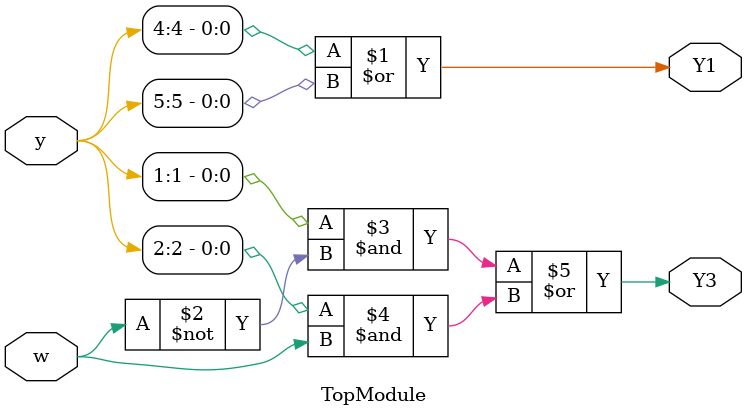
<source format=sv>
module TopModule(
    input logic [5:0] y,
    input logic w,
    output logic Y1,
    output logic Y3
);

    // Output logic
    assign Y1 = y[4] | y[5]; // High in states E or F
    assign Y3 = (y[1] & ~w) | (y[2] & w); // High when transitioning from B to C or C to D

    // Next-state logic for Y2 and Y4
    logic Y2, Y4;
    assign Y2 = (y[0] & ~w) | (y[2] & ~w); // Next state for y[1]
    assign Y4 = (y[1] & w) | (y[2] & w) | (y[4] & w); // Next state for y[3]

endmodule
</source>
